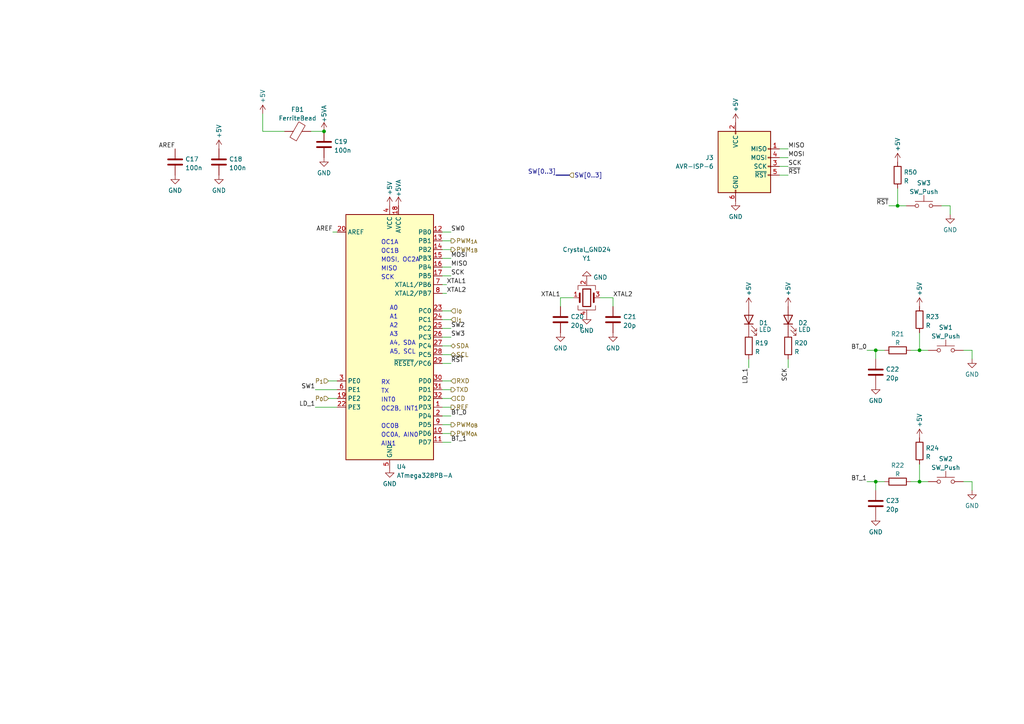
<source format=kicad_sch>
(kicad_sch (version 20230121) (generator eeschema)
  (paper "A4")
  (lib_symbols
    (symbol "Connector:AVR-ISP-6" (pin_names (offset 1.016))
      (property "Reference" "J" (at -6.35 11.43 0))
      (property "Value" "AVR-ISP-6" (at 0 11.43 0))
      (symbol "AVR-ISP-6_0_1"
        (rectangle (start -2.667 -6.858) (end -2.413 -7.62))
        (rectangle (start -2.667 10.16) (end -2.413 9.398))
        (rectangle (start 7.62 -2.413) (end 6.858 -2.667))
        (rectangle (start 7.62 0.127) (end 6.858 -0.127))
        (rectangle (start 7.62 2.667) (end 6.858 2.413))
        (rectangle (start 7.62 5.207) (end 6.858 4.953))
        (rectangle (start 7.62 10.16) (end -7.62 -7.62) (stroke (width 0.254)) (fill (type background)))
      )
      (symbol "AVR-ISP-6_1_1"
        (pin passive line (at 10.16 5.08 180) (length 2.54) (name "MISO") (number "1"))
        (pin passive line (at -2.54 12.7 270) (length 2.54) (name "VCC") (number "2"))
        (pin passive line (at 10.16 0 180) (length 2.54) (name "SCK") (number "3"))
        (pin passive line (at 10.16 2.54 180) (length 2.54) (name "MOSI") (number "4"))
        (pin passive line (at 10.16 -2.54 180) (length 2.54) (name "~{RST}") (number "5"))
        (pin passive line (at -2.54 -10.16 90) (length 2.54) (name "GND") (number "6"))
      )
    )
    (symbol "Device:C" (pin_numbers hide) (pin_names (offset 0.254))
      (property "Reference" "C" (at 0.635 2.54 0))
      (property "Value" "C" (at 0.635 -2.54 0))
      (symbol "C_0_1"
        (polyline (pts (xy -2.032 -0.762) (xy 2.032 -0.762)) (stroke (width 0.508)))
        (polyline (pts (xy -2.032 0.762) (xy 2.032 0.762)) (stroke (width 0.508)))
      )
      (symbol "C_1_1"
        (pin passive line (at 0 3.81 270) (length 2.794) (name "~") (number "1"))
        (pin passive line (at 0 -3.81 90) (length 2.794) (name "~") (number "2"))
      )
    )
    (symbol "Device:Crystal_GND24" (pin_names (offset 1.016) hide)
      (property "Reference" "Y" (at 3.175 5.08 0))
      (property "Value" "Crystal_GND24" (at 3.175 3.175 0))
      (symbol "Crystal_GND24_0_1"
        (rectangle (start -1.143 2.54) (end 1.143 -2.54) (stroke (width 0.3048)))
        (polyline (pts (xy -2.54 0) (xy -2.032 0)))
        (polyline (pts (xy -2.032 -1.27) (xy -2.032 1.27)) (stroke (width 0.508)))
        (polyline (pts (xy 0 -3.81) (xy 0 -3.556)))
        (polyline (pts (xy 0 3.556) (xy 0 3.81)))
        (polyline (pts (xy 2.032 -1.27) (xy 2.032 1.27)) (stroke (width 0.508)))
        (polyline (pts (xy 2.032 0) (xy 2.54 0)))
        (polyline (pts (xy -2.54 -2.286) (xy -2.54 -3.556) (xy 2.54 -3.556) (xy 2.54 -2.286)))
        (polyline (pts (xy -2.54 2.286) (xy -2.54 3.556) (xy 2.54 3.556) (xy 2.54 2.286)))
      )
      (symbol "Crystal_GND24_1_1"
        (pin passive line (at -3.81 0 0) (length 1.27) (name "1") (number "1"))
        (pin passive line (at 0 5.08 270) (length 1.27) (name "2") (number "2"))
        (pin passive line (at 3.81 0 180) (length 1.27) (name "3") (number "3"))
        (pin passive line (at 0 -5.08 90) (length 1.27) (name "4") (number "4"))
      )
    )
    (symbol "Device:FerriteBead" (pin_numbers hide) (pin_names (offset 0))
      (property "Reference" "FB" (at -3.81 0.635 90))
      (property "Value" "FerriteBead" (at 3.81 0 90))
      (symbol "FerriteBead_0_1"
        (polyline (pts (xy 0 -1.27) (xy 0 -1.2192)))
        (polyline (pts (xy 0 1.27) (xy 0 1.2954)))
        (polyline (pts (xy -2.7686 0.4064) (xy -1.7018 2.2606) (xy 2.7686 -0.3048) (xy 1.6764 -2.159) (xy -2.7686 0.4064)))
      )
      (symbol "FerriteBead_1_1"
        (pin passive line (at 0 3.81 270) (length 2.54) (name "~") (number "1"))
        (pin passive line (at 0 -3.81 90) (length 2.54) (name "~") (number "2"))
      )
    )
    (symbol "Device:LED" (pin_numbers hide) (pin_names (offset 1.016) hide)
      (property "Reference" "D" (at 0 2.54 0))
      (property "Value" "LED" (at 0 -2.54 0))
      (symbol "LED_0_1"
        (polyline (pts (xy -1.27 -1.27) (xy -1.27 1.27)) (stroke (width 0.254)))
        (polyline (pts (xy -1.27 0) (xy 1.27 0)))
        (polyline (pts (xy 1.27 -1.27) (xy 1.27 1.27) (xy -1.27 0) (xy 1.27 -1.27)) (stroke (width 0.254)))
        (polyline (pts (xy -3.048 -0.762) (xy -4.572 -2.286) (xy -3.81 -2.286) (xy -4.572 -2.286) (xy -4.572 -1.524)))
        (polyline (pts (xy -1.778 -0.762) (xy -3.302 -2.286) (xy -2.54 -2.286) (xy -3.302 -2.286) (xy -3.302 -1.524)))
      )
      (symbol "LED_1_1"
        (pin passive line (at -3.81 0 0) (length 2.54) (name "K") (number "1"))
        (pin passive line (at 3.81 0 180) (length 2.54) (name "A") (number "2"))
      )
    )
    (symbol "Device:R" (pin_numbers hide) (pin_names (offset 0))
      (property "Reference" "R" (at 2.032 0 90))
      (property "Value" "R" (at 0 0 90))
      (symbol "R_0_1"
        (rectangle (start -1.016 -2.54) (end 1.016 2.54) (stroke (width 0.254)))
      )
      (symbol "R_1_1"
        (pin passive line (at 0 3.81 270) (length 1.27) (name "~") (number "1"))
        (pin passive line (at 0 -3.81 90) (length 1.27) (name "~") (number "2"))
      )
    )
    (symbol "MCU_Microchip_ATmega:ATmega328PB-A"
      (property "Reference" "U" (at -12.7 36.83 0))
      (property "Value" "ATmega328PB-A" (at 2.54 -36.83 0))
      (symbol "ATmega328PB-A_0_1"
        (rectangle (start -12.7 -35.56) (end 12.7 35.56) (stroke (width 0.254)) (fill (type background)))
      )
      (symbol "ATmega328PB-A_1_1"
        (pin bidirectional line (at 15.24 -20.32 180) (length 2.54) (name "PD3") (number "1"))
        (pin bidirectional line (at 15.24 -27.94 180) (length 2.54) (name "PD6") (number "10"))
        (pin bidirectional line (at 15.24 -30.48 180) (length 2.54) (name "PD7") (number "11"))
        (pin bidirectional line (at 15.24 30.48 180) (length 2.54) (name "PB0") (number "12"))
        (pin bidirectional line (at 15.24 27.94 180) (length 2.54) (name "PB1") (number "13"))
        (pin bidirectional line (at 15.24 25.4 180) (length 2.54) (name "PB2") (number "14"))
        (pin bidirectional line (at 15.24 22.86 180) (length 2.54) (name "PB3") (number "15"))
        (pin bidirectional line (at 15.24 20.32 180) (length 2.54) (name "PB4") (number "16"))
        (pin bidirectional line (at 15.24 17.78 180) (length 2.54) (name "PB5") (number "17"))
        (pin power_in line (at 2.54 38.1 270) (length 2.54) (name "AVCC") (number "18"))
        (pin bidirectional line (at -15.24 -17.78 0) (length 2.54) (name "PE2") (number "19"))
        (pin bidirectional line (at 15.24 -22.86 180) (length 2.54) (name "PD4") (number "2"))
        (pin passive line (at -15.24 30.48 0) (length 2.54) (name "AREF") (number "20"))
        (pin passive line (at 0 -38.1 90) (length 2.54) hide (name "GND") (number "21"))
        (pin bidirectional line (at -15.24 -20.32 0) (length 2.54) (name "PE3") (number "22"))
        (pin bidirectional line (at 15.24 7.62 180) (length 2.54) (name "PC0") (number "23"))
        (pin bidirectional line (at 15.24 5.08 180) (length 2.54) (name "PC1") (number "24"))
        (pin bidirectional line (at 15.24 2.54 180) (length 2.54) (name "PC2") (number "25"))
        (pin bidirectional line (at 15.24 0 180) (length 2.54) (name "PC3") (number "26"))
        (pin bidirectional line (at 15.24 -2.54 180) (length 2.54) (name "PC4") (number "27"))
        (pin bidirectional line (at 15.24 -5.08 180) (length 2.54) (name "PC5") (number "28"))
        (pin bidirectional line (at 15.24 -7.62 180) (length 2.54) (name "~{RESET}/PC6") (number "29"))
        (pin bidirectional line (at -15.24 -12.7 0) (length 2.54) (name "PE0") (number "3"))
        (pin bidirectional line (at 15.24 -12.7 180) (length 2.54) (name "PD0") (number "30"))
        (pin bidirectional line (at 15.24 -15.24 180) (length 2.54) (name "PD1") (number "31"))
        (pin bidirectional line (at 15.24 -17.78 180) (length 2.54) (name "PD2") (number "32"))
        (pin power_in line (at 0 38.1 270) (length 2.54) (name "VCC") (number "4"))
        (pin power_in line (at 0 -38.1 90) (length 2.54) (name "GND") (number "5"))
        (pin bidirectional line (at -15.24 -15.24 0) (length 2.54) (name "PE1") (number "6"))
        (pin bidirectional line (at 15.24 15.24 180) (length 2.54) (name "XTAL1/PB6") (number "7"))
        (pin bidirectional line (at 15.24 12.7 180) (length 2.54) (name "XTAL2/PB7") (number "8"))
        (pin bidirectional line (at 15.24 -25.4 180) (length 2.54) (name "PD5") (number "9"))
      )
    )
    (symbol "Switch:SW_Push" (pin_numbers hide) (pin_names (offset 1.016) hide)
      (property "Reference" "SW" (at 1.27 2.54 0))
      (property "Value" "SW_Push" (at 0 -1.524 0))
      (symbol "SW_Push_0_1"
        (circle (center -2.032 0) (radius 0.508))
        (polyline (pts (xy 0 1.27) (xy 0 3.048)))
        (polyline (pts (xy 2.54 1.27) (xy -2.54 1.27)))
        (circle (center 2.032 0) (radius 0.508))
        (pin passive line (at -5.08 0 0) (length 2.54) (name "1") (number "1"))
        (pin passive line (at 5.08 0 180) (length 2.54) (name "2") (number "2"))
      )
    )
    (symbol "power:+5V" (power) (pin_names (offset 0))
      (property "Value" "+5V" (at 0 3.556 0))
      (symbol "+5V_0_1"
        (polyline (pts (xy -0.762 1.27) (xy 0 2.54)))
        (polyline (pts (xy 0 0) (xy 0 2.54)))
        (polyline (pts (xy 0 2.54) (xy 0.762 1.27)))
      )
      (symbol "+5V_1_1"
        (pin power_in line (at 0 0 90) (length 0) hide (name "+5V") (number "1"))
      )
    )
    (symbol "power:+5VA" (power) (pin_names (offset 0))
      (property "Value" "+5VA" (at 0 3.556 0))
      (symbol "+5VA_0_1"
        (polyline (pts (xy -0.762 1.27) (xy 0 2.54)))
        (polyline (pts (xy 0 0) (xy 0 2.54)))
        (polyline (pts (xy 0 2.54) (xy 0.762 1.27)))
      )
      (symbol "+5VA_1_1"
        (pin power_in line (at 0 0 90) (length 0) hide (name "+5VA") (number "1"))
      )
    )
    (symbol "power:GND" (power) (pin_names (offset 0))
      (property "Value" "GND" (at 0 -3.81 0))
      (symbol "GND_0_1"
        (polyline (pts (xy 0 0) (xy 0 -1.27) (xy 1.27 -1.27) (xy 0 -2.54) (xy -1.27 -1.27) (xy 0 -1.27)))
      )
      (symbol "GND_1_1"
        (pin power_in line (at 0 0 270) (length 0) hide (name "GND") (number "1"))
      )
    )
  )
  (junction (at 266.7 139.7))
  (junction (at 254 139.7))
  (junction (at 260.35 59.69))
  (junction (at 93.98 38.1))
  (junction (at 266.7 101.6))
  (junction (at 254 101.6))
  (wire (pts (xy 264.16 101.6) (xy 266.7 101.6)))
  (wire (pts (xy 162.56 86.36) (xy 162.56 88.9)))
  (wire (pts (xy 177.8 86.36) (xy 177.8 88.9)))
  (wire (pts (xy 251.46 101.6) (xy 254 101.6)))
  (wire (pts (xy 95.25 110.49) (xy 97.79 110.49)))
  (wire (pts (xy 128.27 69.85) (xy 130.81 69.85)))
  (wire (pts (xy 128.27 74.93) (xy 130.81 74.93)))
  (wire (pts (xy 254 139.7) (xy 256.54 139.7)))
  (wire (pts (xy 266.7 101.6) (xy 269.24 101.6)))
  (wire (pts (xy 128.27 118.11) (xy 130.81 118.11)))
  (wire (pts (xy 128.27 82.55) (xy 129.54 82.55)))
  (wire (pts (xy 128.27 95.25) (xy 130.81 95.25)))
  (wire (pts (xy 90.17 38.1) (xy 93.98 38.1)))
  (wire (pts (xy 128.27 97.79) (xy 130.81 97.79)))
  (wire (pts (xy 260.35 59.69) (xy 262.89 59.69)))
  (wire (pts (xy 226.06 50.8) (xy 228.6 50.8)))
  (bus (pts (xy 161.29 50.8) (xy 165.1 50.8)))
  (wire (pts (xy 254 101.6) (xy 256.54 101.6)))
  (wire (pts (xy 266.7 139.7) (xy 269.24 139.7)))
  (wire (pts (xy 128.27 67.31) (xy 130.81 67.31)))
  (wire (pts (xy 128.27 115.57) (xy 130.81 115.57)))
  (wire (pts (xy 95.25 115.57) (xy 97.79 115.57)))
  (wire (pts (xy 281.94 104.14) (xy 281.94 101.6)))
  (wire (pts (xy 257.81 59.69) (xy 260.35 59.69)))
  (wire (pts (xy 128.27 92.71) (xy 130.81 92.71)))
  (wire (pts (xy 82.55 38.1) (xy 76.2 38.1)))
  (wire (pts (xy 254 101.6) (xy 254 104.14)))
  (wire (pts (xy 128.27 77.47) (xy 130.81 77.47)))
  (wire (pts (xy 226.06 45.72) (xy 228.6 45.72)))
  (wire (pts (xy 128.27 90.17) (xy 130.81 90.17)))
  (wire (pts (xy 264.16 139.7) (xy 266.7 139.7)))
  (wire (pts (xy 128.27 110.49) (xy 130.81 110.49)))
  (wire (pts (xy 128.27 125.73) (xy 130.81 125.73)))
  (wire (pts (xy 281.94 101.6) (xy 279.4 101.6)))
  (wire (pts (xy 166.37 86.36) (xy 162.56 86.36)))
  (wire (pts (xy 281.94 139.7) (xy 279.4 139.7)))
  (wire (pts (xy 260.35 54.61) (xy 260.35 59.69)))
  (wire (pts (xy 128.27 113.03) (xy 130.81 113.03)))
  (wire (pts (xy 76.2 33.02) (xy 76.2 38.1)))
  (wire (pts (xy 96.52 67.31) (xy 97.79 67.31)))
  (wire (pts (xy 266.7 96.52) (xy 266.7 101.6)))
  (wire (pts (xy 128.27 100.33) (xy 130.81 100.33)))
  (wire (pts (xy 128.27 85.09) (xy 129.54 85.09)))
  (wire (pts (xy 281.94 142.24) (xy 281.94 139.7)))
  (wire (pts (xy 128.27 128.27) (xy 130.81 128.27)))
  (wire (pts (xy 91.44 113.03) (xy 97.79 113.03)))
  (wire (pts (xy 128.27 120.65) (xy 130.81 120.65)))
  (wire (pts (xy 228.6 104.14) (xy 228.6 106.68)))
  (wire (pts (xy 173.99 86.36) (xy 177.8 86.36)))
  (wire (pts (xy 226.06 43.18) (xy 228.6 43.18)))
  (wire (pts (xy 254 139.7) (xy 254 142.24)))
  (wire (pts (xy 128.27 72.39) (xy 130.81 72.39)))
  (wire (pts (xy 275.59 59.69) (xy 273.05 59.69)))
  (wire (pts (xy 128.27 102.87) (xy 130.81 102.87)))
  (wire (pts (xy 251.46 139.7) (xy 254 139.7)))
  (wire (pts (xy 128.27 123.19) (xy 130.81 123.19)))
  (wire (pts (xy 128.27 80.01) (xy 130.81 80.01)))
  (wire (pts (xy 91.44 118.11) (xy 97.79 118.11)))
  (wire (pts (xy 217.17 104.14) (xy 217.17 106.68)))
  (wire (pts (xy 226.06 48.26) (xy 228.6 48.26)))
  (wire (pts (xy 128.27 105.41) (xy 130.81 105.41)))
  (wire (pts (xy 275.59 62.23) (xy 275.59 59.69)))
  (wire (pts (xy 266.7 134.62) (xy 266.7 139.7)))
  (text "TX" (at 110.4899 114.2741 0) (effects (font (size 1.27 1.27)) (justify left bottom)))
  (text "A4, SDA" (at 112.9864 100.3299 0) (effects (font (size 1.27 1.27)) (justify left bottom)))
  (text "AIN1" (at 110.49 129.54 0) (effects (font (size 1.27 1.27)) (justify left bottom)))
  (text "A0" (at 112.9864 90.1699 0) (effects (font (size 1.27 1.27)) (justify left bottom)))
  (text "A3" (at 112.9864 97.7899 0) (effects (font (size 1.27 1.27)) (justify left bottom)))
  (text "OC2B, INT1" (at 110.49 119.38 0) (effects (font (size 1.27 1.27)) (justify left bottom)))
  (text "RX" (at 110.49 111.76 0) (effects (font (size 1.27 1.27)) (justify left bottom)))
  (text "SCK" (at 110.49 81.28 0) (effects (font (size 1.27 1.27)) (justify left bottom)))
  (text "MOSI, OC2A" (at 110.49 76.186 0) (effects (font (size 1.27 1.27)) (justify left bottom)))
  (text "OC0A, AIN0" (at 110.49 127 0) (effects (font (size 1.27 1.27)) (justify left bottom)))
  (text "A5, SCL" (at 113.03 102.87 0) (effects (font (size 1.27 1.27)) (justify left bottom)))
  (text "OC1B" (at 110.49 73.66 0) (effects (font (size 1.27 1.27)) (justify left bottom)))
  (text "INT0" (at 110.4899 116.8166 0) (effects (font (size 1.27 1.27)) (justify left bottom)))
  (text "A2" (at 112.9864 95.2499 0) (effects (font (size 1.27 1.27)) (justify left bottom)))
  (text "MISO" (at 110.49 78.7555 0) (effects (font (size 1.27 1.27)) (justify left bottom)))
  (text "A1" (at 112.9864 92.7099 0) (effects (font (size 1.27 1.27)) (justify left bottom)))
  (text "OC0B" (at 110.4899 124.4441 0) (effects (font (size 1.27 1.27)) (justify left bottom)))
  (text "OC1A" (at 110.49 71.12 0) (effects (font (size 1.27 1.27)) (justify left bottom)))
  (label "~{RST}" (at 257.81 59.69 180))
  (label "XTAL2" (at 177.8 86.36 0))
  (label "SW1" (at 91.44 113.03 180))
  (label "SCK" (at 228.6 48.26 0))
  (label "SW0" (at 130.81 67.31 0))
  (label "~{RST}" (at 130.81 105.41 0))
  (label "XTAL2" (at 129.54 85.09 0))
  (label "MISO" (at 130.81 77.47 0))
  (label "SW2" (at 130.81 95.25 0))
  (label "BT_0" (at 130.81 120.65 0))
  (label "SCK" (at 228.6 106.68 270))
  (label "AREF" (at 50.8 43.18 180))
  (label "BT_0" (at 251.46 101.6 180))
  (label "LD_1" (at 91.44 118.11 180))
  (label "SW[0..3]" (at 161.29 50.8 180))
  (label "MOSI" (at 228.6 45.72 0))
  (label "MOSI" (at 130.81 74.93 0))
  (label "MISO" (at 228.6 43.18 0))
  (label "~{RST}" (at 228.6 50.8 0))
  (label "SCK" (at 130.81 80.01 0))
  (label "XTAL1" (at 129.54 82.55 0))
  (label "LD_1" (at 217.17 106.68 270))
  (label "SW3" (at 130.81 97.79 0))
  (label "BT_1" (at 251.46 139.7 180))
  (label "BT_1" (at 130.81 128.27 0))
  (label "XTAL1" (at 162.56 86.36 180))
  (label "AREF" (at 96.52 67.31 180))
  (hierarchical_label "PWM_{1A}" (shape output) (at 130.81 69.85 0))
  (hierarchical_label "I_{1}" (shape input) (at 130.81 92.71 0))
  (hierarchical_label "REF" (shape output) (at 130.81 118.11 0))
  (hierarchical_label "PWM_{0A}" (shape output) (at 130.81 125.73 0))
  (hierarchical_label "P_{1}" (shape input) (at 95.25 110.49 180))
  (hierarchical_label "P_{0}" (shape input) (at 95.25 115.57 180))
  (hierarchical_label "SCL" (shape bidirectional) (at 130.81 102.87 0))
  (hierarchical_label "TXD" (shape output) (at 130.81 113.03 0))
  (hierarchical_label "PWM_{1B}" (shape output) (at 130.81 72.39 0))
  (hierarchical_label "PWM_{0B}" (shape output) (at 130.81 123.19 0))
  (hierarchical_label "I_{0}" (shape input) (at 130.81 90.17 0))
  (hierarchical_label "SDA" (shape bidirectional) (at 130.81 100.33 0))
  (hierarchical_label "RXD" (shape input) (at 130.81 110.49 0))
  (hierarchical_label "SW[0..3]" (shape input) (at 165.1 50.8 0))
  (hierarchical_label "CD" (shape input) (at 130.81 115.57 0))
  (symbol (lib_id "power:+5V") (at 266.7 127 0) (unit 1)
    (property "Reference" "#PWR045" (effects hide))
    (property "Value" "+5V" (at 266.7 121.92 90))
  )
  (symbol (lib_id "power:GND") (at 275.59 62.23 0) (unit 1)
    (property "Reference" "#PWR0119" (effects hide))
    (property "Value" "GND" (at 275.59 66.6734 0))
  )
  (symbol (lib_id "Device:R") (at 260.35 101.6 90) (unit 1)
    (property "Reference" "R21" (at 260.35 96.8842 90))
    (property "Value" "R" (at 260.35 99.4211 90))
    (property "Footprint" "Resistor_SMD:R_0402_1005Metric" (effects hide))
  )
  (symbol (lib_id "power:+5V") (at 213.36 35.56 0) (unit 1)
    (property "Reference" "#PWR038" (effects hide))
    (property "Value" "+5V" (at 213.36 30.48 90))
  )
  (symbol (lib_id "power:GND") (at 254 149.86 0) (unit 1)
    (property "Reference" "#PWR043" (effects hide))
    (property "Value" "GND" (at 254 154.3034 0))
  )
  (symbol (lib_id "power:+5V") (at 113.03 59.69 0) (unit 1)
    (property "Reference" "#PWR031" (effects hide))
    (property "Value" "+5V" (at 113.03 54.61 90))
  )
  (symbol (lib_id "Device:R") (at 217.17 100.33 0) (unit 1)
    (property "Reference" "R19" (at 218.948 99.4953 0) (effects (justify left)))
    (property "Value" "R" (at 218.948 102.0322 0) (effects (justify left)))
    (property "Footprint" "Resistor_SMD:R_0402_1005Metric" (effects hide))
  )
  (symbol (lib_id "power:+5VA") (at 93.98 38.1 0) (unit 1)
    (property "Reference" "#PWR029" (effects hide))
    (property "Value" "+5VA" (at 93.98 33.02 90))
  )
  (symbol (lib_id "power:GND") (at 177.8 96.52 0) (unit 1)
    (property "Reference" "#PWR037" (effects hide))
    (property "Value" "GND" (at 177.8 100.9634 0))
  )
  (symbol (lib_id "power:GND") (at 170.18 81.28 180) (unit 1)
    (property "Reference" "#PWR035" (effects hide))
    (property "Value" "GND" (at 172.085 80.4438 0) (effects (justify right)))
  )
  (symbol (lib_id "power:+5V") (at 260.35 46.99 0) (unit 1)
    (property "Reference" "#PWR0118" (effects hide))
    (property "Value" "+5V" (at 260.35 41.91 90))
  )
  (symbol (lib_id "Device:C") (at 177.8 92.71 0) (unit 1)
    (property "Reference" "C21" (at 180.721 91.8753 0) (effects (justify left)))
    (property "Value" "20p" (at 180.721 94.4122 0) (effects (justify left)))
    (property "Footprint" "Capacitor_SMD:C_0402_1005Metric" (effects hide))
  )
  (symbol (lib_id "Device:C") (at 254 146.05 0) (unit 1)
    (property "Reference" "C23" (at 256.921 145.2153 0) (effects (justify left)))
    (property "Value" "20p" (at 256.921 147.7522 0) (effects (justify left)))
    (property "Footprint" "Capacitor_SMD:C_0402_1005Metric" (effects hide))
  )
  (symbol (lib_id "Device:R") (at 266.7 130.81 0) (unit 1)
    (property "Reference" "R24" (at 268.478 129.9753 0) (effects (justify left)))
    (property "Value" "R" (at 268.478 132.5122 0) (effects (justify left)))
    (property "Footprint" "Resistor_SMD:R_0402_1005Metric" (effects hide))
  )
  (symbol (lib_id "Device:R") (at 260.35 139.7 90) (unit 1)
    (property "Reference" "R22" (at 260.35 134.9842 90))
    (property "Value" "R" (at 260.35 137.5211 90))
    (property "Footprint" "Resistor_SMD:R_0402_1005Metric" (effects hide))
  )
  (symbol (lib_id "power:+5V") (at 76.2 33.02 0) (unit 1)
    (property "Reference" "#PWR028" (effects hide))
    (property "Value" "+5V" (at 76.2 27.94 90))
  )
  (symbol (lib_id "Device:C") (at 254 107.95 0) (unit 1)
    (property "Reference" "C22" (at 256.921 107.1153 0) (effects (justify left)))
    (property "Value" "20p" (at 256.921 109.6522 0) (effects (justify left)))
    (property "Footprint" "Capacitor_SMD:C_0402_1005Metric" (effects hide))
  )
  (symbol (lib_id "power:+5V") (at 217.17 88.9 0) (unit 1)
    (property "Reference" "#PWR040" (effects hide))
    (property "Value" "+5V" (at 217.17 83.82 90))
  )
  (symbol (lib_id "power:GND") (at 50.8 50.8 0) (unit 1)
    (property "Reference" "#PWR025" (effects hide))
    (property "Value" "GND" (at 50.8 55.2434 0))
  )
  (symbol (lib_id "Device:R") (at 266.7 92.71 0) (unit 1)
    (property "Reference" "R23" (at 268.478 91.8753 0) (effects (justify left)))
    (property "Value" "R" (at 268.478 94.4122 0) (effects (justify left)))
    (property "Footprint" "Resistor_SMD:R_0402_1005Metric" (effects hide))
  )
  (symbol (lib_id "Switch:SW_Push") (at 274.32 139.7 0) (unit 1)
    (property "Reference" "SW2" (at 274.32 133.0792 0))
    (property "Value" "SW_Push" (at 274.32 135.6161 0))
    (property "Footprint" "Button_Switch_SMD:SW_SPST_B3U-1000P" (effects hide))
  )
  (symbol (lib_id "Device:Crystal_GND24") (at 170.18 86.36 0) (unit 1)
    (property "Reference" "Y1" (at 170.18 74.93 0))
    (property "Value" "Crystal_GND24" (at 170.18 72.39 0))
    (property "Footprint" "Crystal:Crystal_SMD_3225-4Pin_3.2x2.5mm" (effects hide))
  )
  (symbol (lib_id "power:GND") (at 162.56 96.52 0) (unit 1)
    (property "Reference" "#PWR034" (effects hide))
    (property "Value" "GND" (at 162.56 100.9634 0))
  )
  (symbol (lib_id "MCU_Microchip_ATmega:ATmega328PB-A") (at 113.03 97.79 0) (unit 1)
    (property "Reference" "U4" (at 115.0494 135.3804 0) (effects (justify left)))
    (property "Value" "ATmega328PB-A" (at 115.0494 137.9173 0) (effects (justify left)))
    (property "Footprint" "Package_QFP:TQFP-32_7x7mm_P0.8mm" (effects hide))
    (property "Datasheet" "http://ww1.microchip.com/downloads/en/DeviceDoc/40001906C.pdf" (effects hide))
  )
  (symbol (lib_id "power:GND") (at 93.98 45.72 0) (unit 1)
    (property "Reference" "#PWR030" (effects hide))
    (property "Value" "GND" (at 93.98 50.1634 0))
  )
  (symbol (lib_id "Device:LED") (at 217.17 92.71 90) (unit 1)
    (property "Reference" "D1" (at 220.091 93.6538 90) (effects (justify right)))
    (property "Value" "LED" (at 220.091 95.5748 90) (effects (justify right)))
    (property "Footprint" "LED_SMD:LED_0603_1608Metric" (effects hide))
  )
  (symbol (lib_id "Device:C") (at 63.5 46.99 180) (unit 1)
    (property "Reference" "C18" (at 66.421 46.1553 0) (effects (justify right)))
    (property "Value" "100n" (at 66.421 48.6922 0) (effects (justify right)))
    (property "Footprint" "Capacitor_SMD:C_0603_1608Metric" (effects hide))
  )
  (symbol (lib_id "Device:C") (at 162.56 92.71 0) (unit 1)
    (property "Reference" "C20" (at 165.481 91.8753 0) (effects (justify left)))
    (property "Value" "20p" (at 165.481 94.4122 0) (effects (justify left)))
    (property "Footprint" "Capacitor_SMD:C_0402_1005Metric" (effects hide))
  )
  (symbol (lib_id "Device:R") (at 228.6 100.33 0) (unit 1)
    (property "Reference" "R20" (at 230.378 99.4953 0) (effects (justify left)))
    (property "Value" "R" (at 230.378 102.0322 0) (effects (justify left)))
    (property "Footprint" "Resistor_SMD:R_0402_1005Metric" (effects hide))
  )
  (symbol (lib_id "Device:C") (at 50.8 46.99 0) (unit 1)
    (property "Reference" "C17" (at 53.721 46.1553 0) (effects (justify left)))
    (property "Value" "100n" (at 53.721 48.6922 0) (effects (justify left)))
    (property "Footprint" "Capacitor_SMD:C_0603_1608Metric" (effects hide))
  )
  (symbol (lib_id "power:+5V") (at 228.6 88.9 0) (unit 1)
    (property "Reference" "#PWR041" (effects hide))
    (property "Value" "+5V" (at 228.6 83.82 90))
  )
  (symbol (lib_id "Device:R") (at 260.35 50.8 0) (unit 1)
    (property "Reference" "R50" (at 262.128 49.9653 0) (effects (justify left)))
    (property "Value" "R" (at 262.128 52.5022 0) (effects (justify left)))
    (property "Footprint" "Resistor_SMD:R_0402_1005Metric" (effects hide))
  )
  (symbol (lib_id "Connector:AVR-ISP-6") (at 215.9 48.26 0) (unit 1)
    (property "Reference" "J3" (at 207.01 45.7199 0) (effects (justify right)))
    (property "Value" "AVR-ISP-6" (at 207.01 48.2599 0) (effects (justify right)))
    (property "Footprint" "prj_lib:Tag-Connect_TC2030-IDC-NL_2x03_P1.27mm_Vertical" (effects hide))
    (property "Datasheet" " ~" (effects hide))
  )
  (symbol (lib_id "Device:LED") (at 228.6 92.71 90) (unit 1)
    (property "Reference" "D2" (at 231.521 93.6538 90) (effects (justify right)))
    (property "Value" "LED" (at 231.521 95.5748 90) (effects (justify right)))
    (property "Footprint" "LED_SMD:LED_0603_1608Metric" (effects hide))
  )
  (symbol (lib_id "power:GND") (at 170.18 91.44 0) (unit 1)
    (property "Reference" "#PWR036" (effects hide))
    (property "Value" "GND" (at 170.18 95.8834 0))
  )
  (symbol (lib_id "power:GND") (at 281.94 104.14 0) (unit 1)
    (property "Reference" "#PWR046" (effects hide))
    (property "Value" "GND" (at 281.94 108.5834 0))
  )
  (symbol (lib_id "power:GND") (at 213.36 58.42 0) (unit 1)
    (property "Reference" "#PWR039" (effects hide))
    (property "Value" "GND" (at 213.36 62.8634 0))
  )
  (symbol (lib_id "power:GND") (at 113.03 135.89 0) (unit 1)
    (property "Reference" "#PWR032" (effects hide))
    (property "Value" "GND" (at 113.03 140.3334 0))
  )
  (symbol (lib_id "power:+5VA") (at 115.57 59.69 0) (unit 1)
    (property "Reference" "#PWR033" (effects hide))
    (property "Value" "+5VA" (at 115.57 54.61 90))
  )
  (symbol (lib_id "power:GND") (at 254 111.76 0) (unit 1)
    (property "Reference" "#PWR042" (effects hide))
    (property "Value" "GND" (at 254 116.2034 0))
  )
  (symbol (lib_id "Switch:SW_Push") (at 267.97 59.69 0) (unit 1)
    (property "Reference" "SW3" (at 267.97 53.0692 0))
    (property "Value" "SW_Push" (at 267.97 55.6061 0))
    (property "Footprint" "Button_Switch_SMD:SW_SPST_B3U-1000P" (effects hide))
  )
  (symbol (lib_id "power:GND") (at 281.94 142.24 0) (unit 1)
    (property "Reference" "#PWR047" (effects hide))
    (property "Value" "GND" (at 281.94 146.6834 0))
  )
  (symbol (lib_id "Switch:SW_Push") (at 274.32 101.6 0) (unit 1)
    (property "Reference" "SW1" (at 274.32 94.9792 0))
    (property "Value" "SW_Push" (at 274.32 97.5161 0))
    (property "Footprint" "Button_Switch_SMD:SW_SPST_B3U-1000P" (effects hide))
  )
  (symbol (lib_id "power:+5V") (at 63.5 43.18 0) (unit 1)
    (property "Reference" "#PWR026" (effects hide))
    (property "Value" "+5V" (at 63.5 38.1 90))
  )
  (symbol (lib_id "Device:FerriteBead") (at 86.36 38.1 90) (unit 1)
    (property "Reference" "FB1" (at 86.3092 31.7586 90))
    (property "Value" "FerriteBead" (at 86.3092 34.2955 90))
    (property "Footprint" "Inductor_SMD:L_0603_1608Metric" (effects hide))
  )
  (symbol (lib_id "Device:C") (at 93.98 41.91 0) (unit 1)
    (property "Reference" "C19" (at 96.901 41.0753 0) (effects (justify left)))
    (property "Value" "100n" (at 96.901 43.6122 0) (effects (justify left)))
    (property "Footprint" "Capacitor_SMD:C_0603_1608Metric" (effects hide))
  )
  (symbol (lib_id "power:+5V") (at 266.7 88.9 0) (unit 1)
    (property "Reference" "#PWR044" (effects hide))
    (property "Value" "+5V" (at 266.7 83.82 90))
  )
  (symbol (lib_id "power:GND") (at 63.5 50.8 0) (unit 1)
    (property "Reference" "#PWR027" (effects hide))
    (property "Value" "GND" (at 63.5 55.2434 0))
  )
)
</source>
